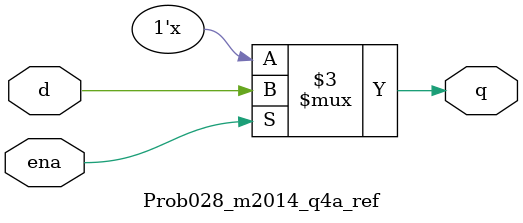
<source format=sv>

module Prob028_m2014_q4a_ref (
  input d,
  input ena,
  output logic q
);

  always@(*) begin
    if (ena)
      q = d;
  end

endmodule


</source>
